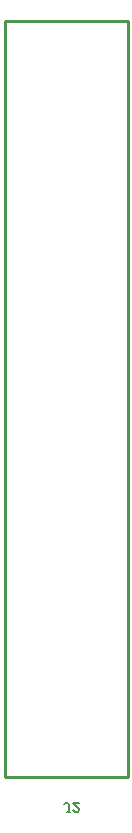
<source format=gbo>
G04*
G04 #@! TF.GenerationSoftware,Altium Limited,Altium Designer,19.0.15 (446)*
G04*
G04 Layer_Color=32896*
%FSLAX25Y25*%
%MOIN*%
G70*
G01*
G75*
%ADD10C,0.01000*%
%ADD12C,0.00800*%
D10*
X536400Y215600D02*
X577400D01*
X536400D02*
Y467600D01*
X577400D01*
Y215600D02*
Y467600D01*
D12*
X558299Y204001D02*
X557300D01*
X557799D01*
Y206500D01*
X557300Y207000D01*
X556800D01*
X556300Y206500D01*
X561298Y207000D02*
X559299D01*
X561298Y205001D01*
Y204501D01*
X560799Y204001D01*
X559799D01*
X559299Y204501D01*
M02*

</source>
